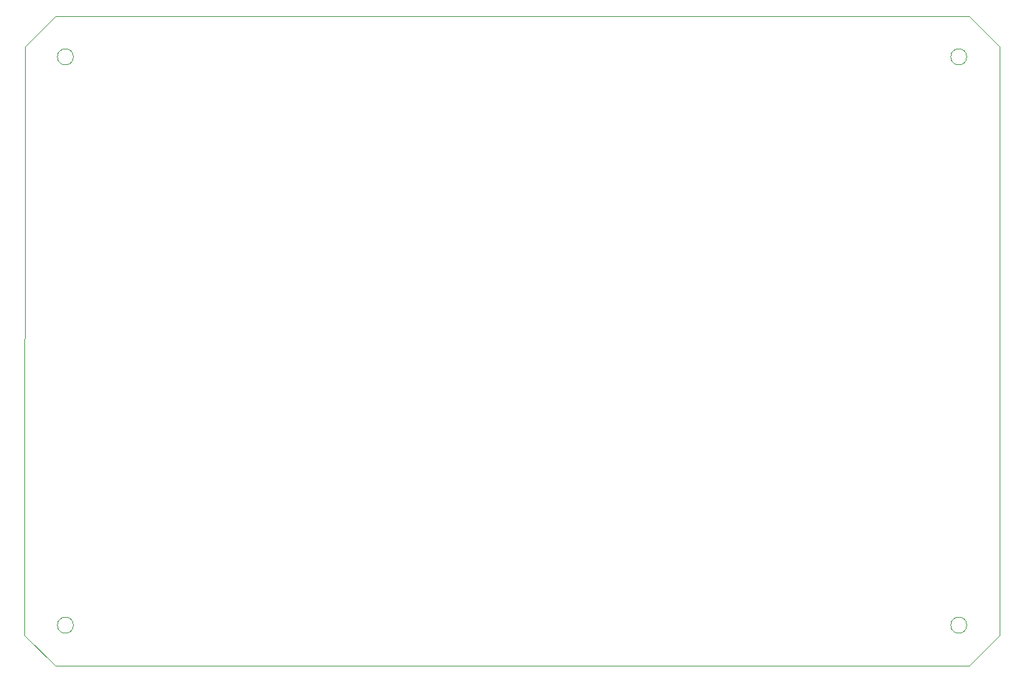
<source format=gbr>
%TF.GenerationSoftware,KiCad,Pcbnew,9.0.5*%
%TF.CreationDate,2025-10-21T12:07:39+02:00*%
%TF.ProjectId,Harvest Testing,48617276-6573-4742-9054-657374696e67,rev?*%
%TF.SameCoordinates,Original*%
%TF.FileFunction,Profile,NP*%
%FSLAX46Y46*%
G04 Gerber Fmt 4.6, Leading zero omitted, Abs format (unit mm)*
G04 Created by KiCad (PCBNEW 9.0.5) date 2025-10-21 12:07:39*
%MOMM*%
%LPD*%
G01*
G04 APERTURE LIST*
%TA.AperFunction,Profile*%
%ADD10C,0.050000*%
%TD*%
G04 APERTURE END LIST*
D10*
X30210000Y-26700000D02*
G75*
G02*
X28210000Y-26700000I-1000000J0D01*
G01*
X28210000Y-26700000D02*
G75*
G02*
X30210000Y-26700000I1000000J0D01*
G01*
X141970000Y-97820000D02*
G75*
G02*
X139970000Y-97820000I-1000000J0D01*
G01*
X139970000Y-97820000D02*
G75*
G02*
X141970000Y-97820000I1000000J0D01*
G01*
X146050000Y-25400000D02*
X146050000Y-99060000D01*
X142240000Y-102870000D01*
X27940000Y-102870000D01*
X24105000Y-99060000D01*
X24130000Y-25400000D01*
X27940000Y-21590000D01*
X142240000Y-21590000D01*
X146050000Y-25400000D01*
X141970000Y-26700000D02*
G75*
G02*
X139970000Y-26700000I-1000000J0D01*
G01*
X139970000Y-26700000D02*
G75*
G02*
X141970000Y-26700000I1000000J0D01*
G01*
X30210000Y-97820000D02*
G75*
G02*
X28210000Y-97820000I-1000000J0D01*
G01*
X28210000Y-97820000D02*
G75*
G02*
X30210000Y-97820000I1000000J0D01*
G01*
M02*

</source>
